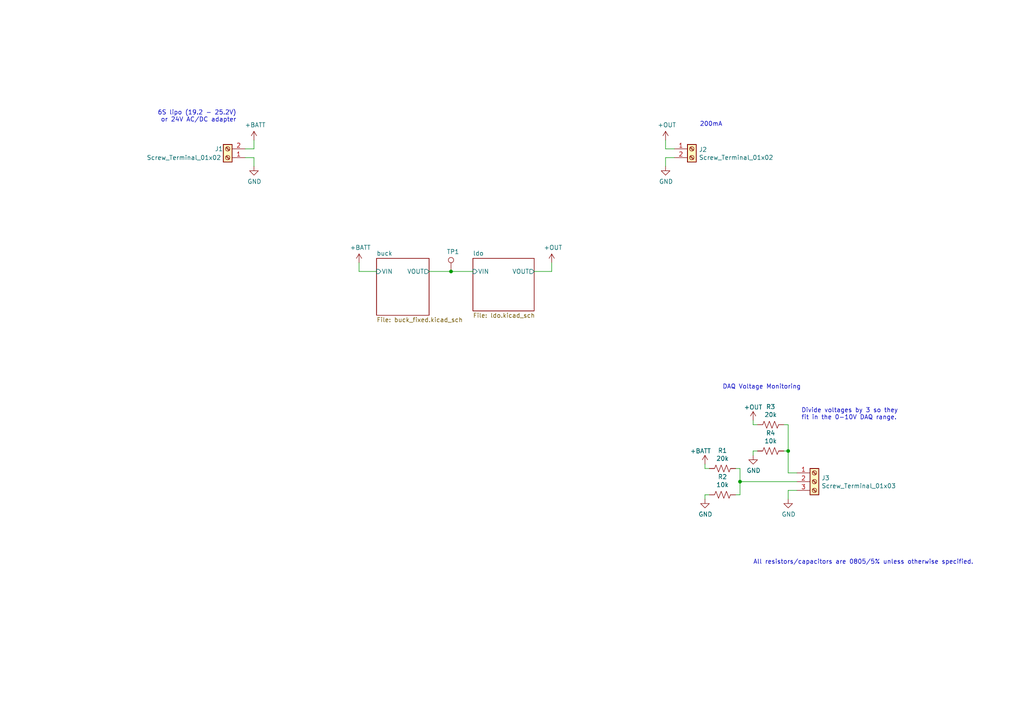
<source format=kicad_sch>
(kicad_sch (version 20230121) (generator eeschema)

  (uuid 8a849c59-59c0-42e0-a511-c33c123656fd)

  (paper "A4")

  (title_block
    (title "DAQ Power Board")
  )

  (lib_symbols
    (symbol "Connector:Screw_Terminal_01x02" (pin_names (offset 1.016) hide) (in_bom yes) (on_board yes)
      (property "Reference" "J" (at 0 2.54 0)
        (effects (font (size 1.27 1.27)))
      )
      (property "Value" "Screw_Terminal_01x02" (at 0 -5.08 0)
        (effects (font (size 1.27 1.27)))
      )
      (property "Footprint" "" (at 0 0 0)
        (effects (font (size 1.27 1.27)) hide)
      )
      (property "Datasheet" "~" (at 0 0 0)
        (effects (font (size 1.27 1.27)) hide)
      )
      (property "ki_keywords" "screw terminal" (at 0 0 0)
        (effects (font (size 1.27 1.27)) hide)
      )
      (property "ki_description" "Generic screw terminal, single row, 01x02, script generated (kicad-library-utils/schlib/autogen/connector/)" (at 0 0 0)
        (effects (font (size 1.27 1.27)) hide)
      )
      (property "ki_fp_filters" "TerminalBlock*:*" (at 0 0 0)
        (effects (font (size 1.27 1.27)) hide)
      )
      (symbol "Screw_Terminal_01x02_1_1"
        (rectangle (start -1.27 1.27) (end 1.27 -3.81)
          (stroke (width 0.254) (type default))
          (fill (type background))
        )
        (circle (center 0 -2.54) (radius 0.635)
          (stroke (width 0.1524) (type default))
          (fill (type none))
        )
        (polyline
          (pts
            (xy -0.5334 -2.2098)
            (xy 0.3302 -3.048)
          )
          (stroke (width 0.1524) (type default))
          (fill (type none))
        )
        (polyline
          (pts
            (xy -0.5334 0.3302)
            (xy 0.3302 -0.508)
          )
          (stroke (width 0.1524) (type default))
          (fill (type none))
        )
        (polyline
          (pts
            (xy -0.3556 -2.032)
            (xy 0.508 -2.8702)
          )
          (stroke (width 0.1524) (type default))
          (fill (type none))
        )
        (polyline
          (pts
            (xy -0.3556 0.508)
            (xy 0.508 -0.3302)
          )
          (stroke (width 0.1524) (type default))
          (fill (type none))
        )
        (circle (center 0 0) (radius 0.635)
          (stroke (width 0.1524) (type default))
          (fill (type none))
        )
        (pin passive line (at -5.08 0 0) (length 3.81)
          (name "Pin_1" (effects (font (size 1.27 1.27))))
          (number "1" (effects (font (size 1.27 1.27))))
        )
        (pin passive line (at -5.08 -2.54 0) (length 3.81)
          (name "Pin_2" (effects (font (size 1.27 1.27))))
          (number "2" (effects (font (size 1.27 1.27))))
        )
      )
    )
    (symbol "Connector:Screw_Terminal_01x03" (pin_names (offset 1.016) hide) (in_bom yes) (on_board yes)
      (property "Reference" "J" (at 0 5.08 0)
        (effects (font (size 1.27 1.27)))
      )
      (property "Value" "Screw_Terminal_01x03" (at 0 -5.08 0)
        (effects (font (size 1.27 1.27)))
      )
      (property "Footprint" "" (at 0 0 0)
        (effects (font (size 1.27 1.27)) hide)
      )
      (property "Datasheet" "~" (at 0 0 0)
        (effects (font (size 1.27 1.27)) hide)
      )
      (property "ki_keywords" "screw terminal" (at 0 0 0)
        (effects (font (size 1.27 1.27)) hide)
      )
      (property "ki_description" "Generic screw terminal, single row, 01x03, script generated (kicad-library-utils/schlib/autogen/connector/)" (at 0 0 0)
        (effects (font (size 1.27 1.27)) hide)
      )
      (property "ki_fp_filters" "TerminalBlock*:*" (at 0 0 0)
        (effects (font (size 1.27 1.27)) hide)
      )
      (symbol "Screw_Terminal_01x03_1_1"
        (rectangle (start -1.27 3.81) (end 1.27 -3.81)
          (stroke (width 0.254) (type default))
          (fill (type background))
        )
        (circle (center 0 -2.54) (radius 0.635)
          (stroke (width 0.1524) (type default))
          (fill (type none))
        )
        (polyline
          (pts
            (xy -0.5334 -2.2098)
            (xy 0.3302 -3.048)
          )
          (stroke (width 0.1524) (type default))
          (fill (type none))
        )
        (polyline
          (pts
            (xy -0.5334 0.3302)
            (xy 0.3302 -0.508)
          )
          (stroke (width 0.1524) (type default))
          (fill (type none))
        )
        (polyline
          (pts
            (xy -0.5334 2.8702)
            (xy 0.3302 2.032)
          )
          (stroke (width 0.1524) (type default))
          (fill (type none))
        )
        (polyline
          (pts
            (xy -0.3556 -2.032)
            (xy 0.508 -2.8702)
          )
          (stroke (width 0.1524) (type default))
          (fill (type none))
        )
        (polyline
          (pts
            (xy -0.3556 0.508)
            (xy 0.508 -0.3302)
          )
          (stroke (width 0.1524) (type default))
          (fill (type none))
        )
        (polyline
          (pts
            (xy -0.3556 3.048)
            (xy 0.508 2.2098)
          )
          (stroke (width 0.1524) (type default))
          (fill (type none))
        )
        (circle (center 0 0) (radius 0.635)
          (stroke (width 0.1524) (type default))
          (fill (type none))
        )
        (circle (center 0 2.54) (radius 0.635)
          (stroke (width 0.1524) (type default))
          (fill (type none))
        )
        (pin passive line (at -5.08 2.54 0) (length 3.81)
          (name "Pin_1" (effects (font (size 1.27 1.27))))
          (number "1" (effects (font (size 1.27 1.27))))
        )
        (pin passive line (at -5.08 0 0) (length 3.81)
          (name "Pin_2" (effects (font (size 1.27 1.27))))
          (number "2" (effects (font (size 1.27 1.27))))
        )
        (pin passive line (at -5.08 -2.54 0) (length 3.81)
          (name "Pin_3" (effects (font (size 1.27 1.27))))
          (number "3" (effects (font (size 1.27 1.27))))
        )
      )
    )
    (symbol "Connector:TestPoint" (pin_numbers hide) (pin_names (offset 0.762) hide) (in_bom yes) (on_board yes)
      (property "Reference" "TP" (at 0 6.858 0)
        (effects (font (size 1.27 1.27)))
      )
      (property "Value" "TestPoint" (at 0 5.08 0)
        (effects (font (size 1.27 1.27)))
      )
      (property "Footprint" "" (at 5.08 0 0)
        (effects (font (size 1.27 1.27)) hide)
      )
      (property "Datasheet" "~" (at 5.08 0 0)
        (effects (font (size 1.27 1.27)) hide)
      )
      (property "ki_keywords" "test point tp" (at 0 0 0)
        (effects (font (size 1.27 1.27)) hide)
      )
      (property "ki_description" "test point" (at 0 0 0)
        (effects (font (size 1.27 1.27)) hide)
      )
      (property "ki_fp_filters" "Pin* Test*" (at 0 0 0)
        (effects (font (size 1.27 1.27)) hide)
      )
      (symbol "TestPoint_0_1"
        (circle (center 0 3.302) (radius 0.762)
          (stroke (width 0) (type default))
          (fill (type none))
        )
      )
      (symbol "TestPoint_1_1"
        (pin passive line (at 0 0 90) (length 2.54)
          (name "1" (effects (font (size 1.27 1.27))))
          (number "1" (effects (font (size 1.27 1.27))))
        )
      )
    )
    (symbol "Device:R_US" (pin_numbers hide) (pin_names (offset 0)) (in_bom yes) (on_board yes)
      (property "Reference" "R" (at 2.54 0 90)
        (effects (font (size 1.27 1.27)))
      )
      (property "Value" "R_US" (at -2.54 0 90)
        (effects (font (size 1.27 1.27)))
      )
      (property "Footprint" "" (at 1.016 -0.254 90)
        (effects (font (size 1.27 1.27)) hide)
      )
      (property "Datasheet" "~" (at 0 0 0)
        (effects (font (size 1.27 1.27)) hide)
      )
      (property "ki_keywords" "R res resistor" (at 0 0 0)
        (effects (font (size 1.27 1.27)) hide)
      )
      (property "ki_description" "Resistor, US symbol" (at 0 0 0)
        (effects (font (size 1.27 1.27)) hide)
      )
      (property "ki_fp_filters" "R_*" (at 0 0 0)
        (effects (font (size 1.27 1.27)) hide)
      )
      (symbol "R_US_0_1"
        (polyline
          (pts
            (xy 0 -2.286)
            (xy 0 -2.54)
          )
          (stroke (width 0) (type default))
          (fill (type none))
        )
        (polyline
          (pts
            (xy 0 2.286)
            (xy 0 2.54)
          )
          (stroke (width 0) (type default))
          (fill (type none))
        )
        (polyline
          (pts
            (xy 0 -0.762)
            (xy 1.016 -1.143)
            (xy 0 -1.524)
            (xy -1.016 -1.905)
            (xy 0 -2.286)
          )
          (stroke (width 0) (type default))
          (fill (type none))
        )
        (polyline
          (pts
            (xy 0 0.762)
            (xy 1.016 0.381)
            (xy 0 0)
            (xy -1.016 -0.381)
            (xy 0 -0.762)
          )
          (stroke (width 0) (type default))
          (fill (type none))
        )
        (polyline
          (pts
            (xy 0 2.286)
            (xy 1.016 1.905)
            (xy 0 1.524)
            (xy -1.016 1.143)
            (xy 0 0.762)
          )
          (stroke (width 0) (type default))
          (fill (type none))
        )
      )
      (symbol "R_US_1_1"
        (pin passive line (at 0 3.81 270) (length 1.27)
          (name "~" (effects (font (size 1.27 1.27))))
          (number "1" (effects (font (size 1.27 1.27))))
        )
        (pin passive line (at 0 -3.81 90) (length 1.27)
          (name "~" (effects (font (size 1.27 1.27))))
          (number "2" (effects (font (size 1.27 1.27))))
        )
      )
    )
    (symbol "power:+BATT" (power) (pin_names (offset 0)) (in_bom yes) (on_board yes)
      (property "Reference" "#PWR" (at 0 -3.81 0)
        (effects (font (size 1.27 1.27)) hide)
      )
      (property "Value" "+BATT" (at 0 3.556 0)
        (effects (font (size 1.27 1.27)))
      )
      (property "Footprint" "" (at 0 0 0)
        (effects (font (size 1.27 1.27)) hide)
      )
      (property "Datasheet" "" (at 0 0 0)
        (effects (font (size 1.27 1.27)) hide)
      )
      (property "ki_keywords" "global power battery" (at 0 0 0)
        (effects (font (size 1.27 1.27)) hide)
      )
      (property "ki_description" "Power symbol creates a global label with name \"+BATT\"" (at 0 0 0)
        (effects (font (size 1.27 1.27)) hide)
      )
      (symbol "+BATT_0_1"
        (polyline
          (pts
            (xy -0.762 1.27)
            (xy 0 2.54)
          )
          (stroke (width 0) (type default))
          (fill (type none))
        )
        (polyline
          (pts
            (xy 0 0)
            (xy 0 2.54)
          )
          (stroke (width 0) (type default))
          (fill (type none))
        )
        (polyline
          (pts
            (xy 0 2.54)
            (xy 0.762 1.27)
          )
          (stroke (width 0) (type default))
          (fill (type none))
        )
      )
      (symbol "+BATT_1_1"
        (pin power_in line (at 0 0 90) (length 0) hide
          (name "+BATT" (effects (font (size 1.27 1.27))))
          (number "1" (effects (font (size 1.27 1.27))))
        )
      )
    )
    (symbol "power:GND" (power) (pin_names (offset 0)) (in_bom yes) (on_board yes)
      (property "Reference" "#PWR" (at 0 -6.35 0)
        (effects (font (size 1.27 1.27)) hide)
      )
      (property "Value" "GND" (at 0 -3.81 0)
        (effects (font (size 1.27 1.27)))
      )
      (property "Footprint" "" (at 0 0 0)
        (effects (font (size 1.27 1.27)) hide)
      )
      (property "Datasheet" "" (at 0 0 0)
        (effects (font (size 1.27 1.27)) hide)
      )
      (property "ki_keywords" "global power" (at 0 0 0)
        (effects (font (size 1.27 1.27)) hide)
      )
      (property "ki_description" "Power symbol creates a global label with name \"GND\" , ground" (at 0 0 0)
        (effects (font (size 1.27 1.27)) hide)
      )
      (symbol "GND_0_1"
        (polyline
          (pts
            (xy 0 0)
            (xy 0 -1.27)
            (xy 1.27 -1.27)
            (xy 0 -2.54)
            (xy -1.27 -1.27)
            (xy 0 -1.27)
          )
          (stroke (width 0) (type default))
          (fill (type none))
        )
      )
      (symbol "GND_1_1"
        (pin power_in line (at 0 0 270) (length 0) hide
          (name "GND" (effects (font (size 1.27 1.27))))
          (number "1" (effects (font (size 1.27 1.27))))
        )
      )
    )
    (symbol "regulators:+OUT" (power) (pin_names (offset 0)) (in_bom yes) (on_board yes)
      (property "Reference" "#PWR" (at 0 -3.81 0)
        (effects (font (size 1.27 1.27)) hide)
      )
      (property "Value" "+OUT" (at 0 3.556 0)
        (effects (font (size 1.27 1.27)))
      )
      (property "Footprint" "" (at 0 0 0)
        (effects (font (size 1.27 1.27)) hide)
      )
      (property "Datasheet" "" (at 0 0 0)
        (effects (font (size 1.27 1.27)) hide)
      )
      (property "ki_keywords" "power-flag" (at 0 0 0)
        (effects (font (size 1.27 1.27)) hide)
      )
      (property "ki_description" "Power symbol creates a global label with name \"+15V\"" (at 0 0 0)
        (effects (font (size 1.27 1.27)) hide)
      )
      (symbol "+OUT_0_1"
        (polyline
          (pts
            (xy -0.762 1.27)
            (xy 0 2.54)
          )
          (stroke (width 0) (type solid))
          (fill (type none))
        )
        (polyline
          (pts
            (xy 0 0)
            (xy 0 2.54)
          )
          (stroke (width 0) (type solid))
          (fill (type none))
        )
        (polyline
          (pts
            (xy 0 2.54)
            (xy 0.762 1.27)
          )
          (stroke (width 0) (type solid))
          (fill (type none))
        )
      )
      (symbol "+OUT_1_1"
        (pin power_in line (at 0 0 90) (length 0) hide
          (name "+OUT" (effects (font (size 1.27 1.27))))
          (number "1" (effects (font (size 1.27 1.27))))
        )
      )
    )
  )

  (junction (at 228.6 130.81) (diameter 0) (color 0 0 0 0)
    (uuid 2553796c-4a94-413a-a358-36c810fb9d51)
  )
  (junction (at 130.81 78.74) (diameter 0) (color 0 0 0 0)
    (uuid 294a5455-0e0a-4772-9ddd-d1526253859b)
  )
  (junction (at 214.63 139.7) (diameter 0) (color 0 0 0 0)
    (uuid 7a2e1992-0d97-467c-bef2-c41f07eeb402)
  )

  (wire (pts (xy 218.44 123.19) (xy 219.71 123.19))
    (stroke (width 0) (type default))
    (uuid 098b78e7-60f6-4a3b-9b0f-b009e48c8e55)
  )
  (wire (pts (xy 214.63 139.7) (xy 214.63 143.51))
    (stroke (width 0) (type default))
    (uuid 10ce4f70-42a2-4390-abbc-655c5a1a0695)
  )
  (wire (pts (xy 214.63 143.51) (xy 213.36 143.51))
    (stroke (width 0) (type default))
    (uuid 196fa553-9429-426a-af75-9feaea3a720f)
  )
  (wire (pts (xy 71.12 43.18) (xy 73.66 43.18))
    (stroke (width 0) (type default))
    (uuid 198983c6-3544-42db-9adf-73235b708524)
  )
  (wire (pts (xy 130.81 78.74) (xy 137.16 78.74))
    (stroke (width 0) (type default))
    (uuid 1ee07423-3d92-471c-99bf-9c8cb8af2b60)
  )
  (wire (pts (xy 195.58 43.18) (xy 193.04 43.18))
    (stroke (width 0) (type default))
    (uuid 23970cd9-1678-4533-9828-bb6b4e154dd2)
  )
  (wire (pts (xy 193.04 43.18) (xy 193.04 40.64))
    (stroke (width 0) (type default))
    (uuid 2865a657-7489-4ea6-9f39-4c0951bd576d)
  )
  (wire (pts (xy 218.44 130.81) (xy 219.71 130.81))
    (stroke (width 0) (type default))
    (uuid 2ac3ea1c-9142-44f4-919e-1d6ee9ec44ed)
  )
  (wire (pts (xy 228.6 130.81) (xy 227.33 130.81))
    (stroke (width 0) (type default))
    (uuid 2f24a857-fe04-4bd5-88e1-623ac2122b5f)
  )
  (wire (pts (xy 193.04 45.72) (xy 195.58 45.72))
    (stroke (width 0) (type default))
    (uuid 30859e4c-0838-4170-ba0f-d6cabce5c1ff)
  )
  (wire (pts (xy 73.66 45.72) (xy 73.66 48.26))
    (stroke (width 0) (type default))
    (uuid 3accb26b-4471-4917-8a0a-e206f33cfff9)
  )
  (wire (pts (xy 228.6 137.16) (xy 228.6 130.81))
    (stroke (width 0) (type default))
    (uuid 45a8c816-7520-4dac-8fea-249ff53d579c)
  )
  (wire (pts (xy 204.47 134.62) (xy 204.47 135.89))
    (stroke (width 0) (type default))
    (uuid 4cd3c28b-6a12-404a-ad22-6a5b93cd0171)
  )
  (wire (pts (xy 71.12 45.72) (xy 73.66 45.72))
    (stroke (width 0) (type default))
    (uuid 618cb8f2-6d54-49c0-93a8-98e8d5447788)
  )
  (wire (pts (xy 218.44 132.08) (xy 218.44 130.81))
    (stroke (width 0) (type default))
    (uuid 62f533ce-2e4a-49bb-81da-b67aea40d675)
  )
  (wire (pts (xy 231.14 139.7) (xy 214.63 139.7))
    (stroke (width 0) (type default))
    (uuid 63ddd0dd-32df-4f7d-acb7-4bfeaeeca58f)
  )
  (wire (pts (xy 228.6 142.24) (xy 231.14 142.24))
    (stroke (width 0) (type default))
    (uuid 6785469e-f09d-4eb0-a9c7-ec56507ca0ca)
  )
  (wire (pts (xy 231.14 137.16) (xy 228.6 137.16))
    (stroke (width 0) (type default))
    (uuid 7737ccdc-7f29-4c90-af81-6afd6d2f5fc2)
  )
  (wire (pts (xy 204.47 144.78) (xy 204.47 143.51))
    (stroke (width 0) (type default))
    (uuid 78b9f4b2-f729-40b6-8b24-6c4ffdaa4677)
  )
  (wire (pts (xy 104.14 78.74) (xy 104.14 76.2))
    (stroke (width 0) (type default))
    (uuid 78ee59bf-ad87-4c46-8778-d7713577bbd7)
  )
  (wire (pts (xy 124.46 78.74) (xy 130.81 78.74))
    (stroke (width 0) (type default))
    (uuid 86b13efd-003e-427d-94c4-7588af54a414)
  )
  (wire (pts (xy 204.47 135.89) (xy 205.74 135.89))
    (stroke (width 0) (type default))
    (uuid 95a62eb4-b57e-449e-afad-99ffda0c5bfa)
  )
  (wire (pts (xy 160.02 78.74) (xy 154.94 78.74))
    (stroke (width 0) (type default))
    (uuid a063357f-7a39-473d-a291-be2ace605d43)
  )
  (wire (pts (xy 193.04 48.26) (xy 193.04 45.72))
    (stroke (width 0) (type default))
    (uuid a40328e5-8873-4963-a260-c9d6d10c73b8)
  )
  (wire (pts (xy 227.33 123.19) (xy 228.6 123.19))
    (stroke (width 0) (type default))
    (uuid a8ad475c-05e9-4405-b016-bbaedd746f1a)
  )
  (wire (pts (xy 228.6 144.78) (xy 228.6 142.24))
    (stroke (width 0) (type default))
    (uuid bd5fe2dc-77a9-46cf-844e-8744f7af5d8f)
  )
  (wire (pts (xy 104.14 78.74) (xy 109.22 78.74))
    (stroke (width 0) (type default))
    (uuid cdbcc874-2944-419c-b108-03d9655ec586)
  )
  (wire (pts (xy 160.02 76.2) (xy 160.02 78.74))
    (stroke (width 0) (type default))
    (uuid d776d79f-b2f2-4f7e-8232-b8e0365aa4f3)
  )
  (wire (pts (xy 204.47 143.51) (xy 205.74 143.51))
    (stroke (width 0) (type default))
    (uuid daf6e1b3-92ae-42ea-a02a-3b586f61d352)
  )
  (wire (pts (xy 73.66 43.18) (xy 73.66 40.64))
    (stroke (width 0) (type default))
    (uuid db5400a5-ab7f-4cca-9f57-89e08ed9bf1e)
  )
  (wire (pts (xy 218.44 121.92) (xy 218.44 123.19))
    (stroke (width 0) (type default))
    (uuid e32c8930-3490-4a67-9bf4-70a4dd4610e0)
  )
  (wire (pts (xy 228.6 123.19) (xy 228.6 130.81))
    (stroke (width 0) (type default))
    (uuid eb3b65cb-0260-4eb5-930b-ab3c7f4cc2c4)
  )
  (wire (pts (xy 213.36 135.89) (xy 214.63 135.89))
    (stroke (width 0) (type default))
    (uuid f25692ac-03dd-459f-b16b-1ec44c5c9892)
  )
  (wire (pts (xy 214.63 135.89) (xy 214.63 139.7))
    (stroke (width 0) (type default))
    (uuid fcc379f6-e471-437f-80ac-a23297216223)
  )

  (text "DAQ Voltage Monitoring" (at 209.55 113.03 0)
    (effects (font (size 1.27 1.27)) (justify left bottom))
    (uuid 14ce2075-40dd-4f6e-a72f-6efca117004c)
  )
  (text "Divide voltages by 3 so they\nfit in the 0-10V DAQ range."
    (at 232.41 121.92 0)
    (effects (font (size 1.27 1.27)) (justify left bottom))
    (uuid 57bf83ca-6aa2-4ea4-ae5e-622972549044)
  )
  (text "All resistors/capacitors are 0805/5% unless otherwise specified."
    (at 218.44 163.83 0)
    (effects (font (size 1.27 1.27)) (justify left bottom))
    (uuid 62d8cc00-9f05-49f9-a75f-4311144a1b9d)
  )
  (text "200mA\n" (at 209.55 36.83 0)
    (effects (font (size 1.27 1.27)) (justify right bottom))
    (uuid d017856c-c766-4ce1-9568-b85de5d8d801)
  )
  (text "6S lipo (19.2 - 25.2V)\nor 24V AC/DC adapter" (at 68.58 35.56 0)
    (effects (font (size 1.27 1.27)) (justify right bottom))
    (uuid d6c675a2-d508-475a-947e-38c29164dc08)
  )

  (symbol (lib_id "Connector:Screw_Terminal_01x02") (at 66.04 45.72 180) (unit 1)
    (in_bom yes) (on_board yes) (dnp no)
    (uuid 00000000-0000-0000-0000-00006107878f)
    (property "Reference" "J1" (at 63.5 43.18 0)
      (effects (font (size 1.27 1.27)))
    )
    (property "Value" "Screw_Terminal_01x02" (at 53.34 45.72 0)
      (effects (font (size 1.27 1.27)))
    )
    (property "Footprint" "TerminalBlock_Phoenix:TerminalBlock_Phoenix_MKDS-1,5-2-5.08_1x02_P5.08mm_Horizontal" (at 66.04 45.72 0)
      (effects (font (size 1.27 1.27)) hide)
    )
    (property "Datasheet" "~" (at 66.04 45.72 0)
      (effects (font (size 1.27 1.27)) hide)
    )
    (pin "1" (uuid d088d842-fda3-4bc8-a5d5-19b4ea212b32))
    (pin "2" (uuid 1a3644a5-e0d1-46c8-93a5-b4d6539b1ef5))
    (instances
      (project "power_board"
        (path "/8a849c59-59c0-42e0-a511-c33c123656fd"
          (reference "J1") (unit 1)
        )
      )
    )
  )

  (symbol (lib_id "power:GND") (at 73.66 48.26 0) (unit 1)
    (in_bom yes) (on_board yes) (dnp no)
    (uuid 00000000-0000-0000-0000-000061079407)
    (property "Reference" "#PWR02" (at 73.66 54.61 0)
      (effects (font (size 1.27 1.27)) hide)
    )
    (property "Value" "GND" (at 73.787 52.6542 0)
      (effects (font (size 1.27 1.27)))
    )
    (property "Footprint" "" (at 73.66 48.26 0)
      (effects (font (size 1.27 1.27)) hide)
    )
    (property "Datasheet" "" (at 73.66 48.26 0)
      (effects (font (size 1.27 1.27)) hide)
    )
    (pin "1" (uuid 62ad8a11-aaa0-4924-bbc9-a68f93d16f1c))
    (instances
      (project "power_board"
        (path "/8a849c59-59c0-42e0-a511-c33c123656fd"
          (reference "#PWR02") (unit 1)
        )
      )
    )
  )

  (symbol (lib_id "Connector:Screw_Terminal_01x02") (at 200.66 43.18 0) (unit 1)
    (in_bom yes) (on_board yes) (dnp no)
    (uuid 00000000-0000-0000-0000-00006107f2d3)
    (property "Reference" "J2" (at 202.692 43.3832 0)
      (effects (font (size 1.27 1.27)) (justify left))
    )
    (property "Value" "Screw_Terminal_01x02" (at 202.692 45.6946 0)
      (effects (font (size 1.27 1.27)) (justify left))
    )
    (property "Footprint" "TerminalBlock_Phoenix:TerminalBlock_Phoenix_MKDS-1,5-2-5.08_1x02_P5.08mm_Horizontal" (at 200.66 43.18 0)
      (effects (font (size 1.27 1.27)) hide)
    )
    (property "Datasheet" "~" (at 200.66 43.18 0)
      (effects (font (size 1.27 1.27)) hide)
    )
    (pin "1" (uuid dd96a94e-68e6-4c08-91eb-bde5612c60f0))
    (pin "2" (uuid 22fd4932-12fb-4924-bf6b-a5ca3da068bb))
    (instances
      (project "power_board"
        (path "/8a849c59-59c0-42e0-a511-c33c123656fd"
          (reference "J2") (unit 1)
        )
      )
    )
  )

  (symbol (lib_id "power:GND") (at 193.04 48.26 0) (unit 1)
    (in_bom yes) (on_board yes) (dnp no)
    (uuid 00000000-0000-0000-0000-000061080e42)
    (property "Reference" "#PWR06" (at 193.04 54.61 0)
      (effects (font (size 1.27 1.27)) hide)
    )
    (property "Value" "GND" (at 193.167 52.6542 0)
      (effects (font (size 1.27 1.27)))
    )
    (property "Footprint" "" (at 193.04 48.26 0)
      (effects (font (size 1.27 1.27)) hide)
    )
    (property "Datasheet" "" (at 193.04 48.26 0)
      (effects (font (size 1.27 1.27)) hide)
    )
    (pin "1" (uuid c9cde7af-a885-43a0-bdf5-bbede65512e7))
    (instances
      (project "power_board"
        (path "/8a849c59-59c0-42e0-a511-c33c123656fd"
          (reference "#PWR06") (unit 1)
        )
      )
    )
  )

  (symbol (lib_id "power:GND") (at 228.6 144.78 0) (unit 1)
    (in_bom yes) (on_board yes) (dnp no)
    (uuid 00000000-0000-0000-0000-00006109c26a)
    (property "Reference" "#PWR011" (at 228.6 151.13 0)
      (effects (font (size 1.27 1.27)) hide)
    )
    (property "Value" "GND" (at 228.727 149.1742 0)
      (effects (font (size 1.27 1.27)))
    )
    (property "Footprint" "" (at 228.6 144.78 0)
      (effects (font (size 1.27 1.27)) hide)
    )
    (property "Datasheet" "" (at 228.6 144.78 0)
      (effects (font (size 1.27 1.27)) hide)
    )
    (pin "1" (uuid ea5a1601-3fc5-410b-8183-9085fa0853e5))
    (instances
      (project "power_board"
        (path "/8a849c59-59c0-42e0-a511-c33c123656fd"
          (reference "#PWR011") (unit 1)
        )
      )
    )
  )

  (symbol (lib_id "power:+BATT") (at 73.66 40.64 0) (unit 1)
    (in_bom yes) (on_board yes) (dnp no)
    (uuid 00000000-0000-0000-0000-000061103cd5)
    (property "Reference" "#PWR01" (at 73.66 44.45 0)
      (effects (font (size 1.27 1.27)) hide)
    )
    (property "Value" "+BATT" (at 74.041 36.2458 0)
      (effects (font (size 1.27 1.27)))
    )
    (property "Footprint" "" (at 73.66 40.64 0)
      (effects (font (size 1.27 1.27)) hide)
    )
    (property "Datasheet" "" (at 73.66 40.64 0)
      (effects (font (size 1.27 1.27)) hide)
    )
    (pin "1" (uuid acfd394e-b6c6-457a-880c-011e90a6aa63))
    (instances
      (project "power_board"
        (path "/8a849c59-59c0-42e0-a511-c33c123656fd"
          (reference "#PWR01") (unit 1)
        )
      )
    )
  )

  (symbol (lib_id "power:+BATT") (at 104.14 76.2 0) (unit 1)
    (in_bom yes) (on_board yes) (dnp no)
    (uuid 00000000-0000-0000-0000-00006159975e)
    (property "Reference" "#PWR03" (at 104.14 80.01 0)
      (effects (font (size 1.27 1.27)) hide)
    )
    (property "Value" "+BATT" (at 104.521 71.8058 0)
      (effects (font (size 1.27 1.27)))
    )
    (property "Footprint" "" (at 104.14 76.2 0)
      (effects (font (size 1.27 1.27)) hide)
    )
    (property "Datasheet" "" (at 104.14 76.2 0)
      (effects (font (size 1.27 1.27)) hide)
    )
    (pin "1" (uuid 4adfbc99-3b2d-4d66-aa45-b049dde7709d))
    (instances
      (project "power_board"
        (path "/8a849c59-59c0-42e0-a511-c33c123656fd"
          (reference "#PWR03") (unit 1)
        )
      )
    )
  )

  (symbol (lib_id "Connector:Screw_Terminal_01x03") (at 236.22 139.7 0) (unit 1)
    (in_bom yes) (on_board yes) (dnp no)
    (uuid 00000000-0000-0000-0000-0000616d17e2)
    (property "Reference" "J3" (at 238.252 138.6332 0)
      (effects (font (size 1.27 1.27)) (justify left))
    )
    (property "Value" "Screw_Terminal_01x03" (at 238.252 140.9446 0)
      (effects (font (size 1.27 1.27)) (justify left))
    )
    (property "Footprint" "Connector_Phoenix_MC:PhoenixContact_MCV_1,5_3-G-3.5_1x03_P3.50mm_Vertical" (at 236.22 139.7 0)
      (effects (font (size 1.27 1.27)) hide)
    )
    (property "Datasheet" "~" (at 236.22 139.7 0)
      (effects (font (size 1.27 1.27)) hide)
    )
    (pin "1" (uuid 4e03c52b-4086-42db-b12b-da153faf332a))
    (pin "2" (uuid 3360f4a4-ecbd-4791-b5ac-01614948e315))
    (pin "3" (uuid 593a0602-3aac-4c47-9f54-928ec4199196))
    (instances
      (project "power_board"
        (path "/8a849c59-59c0-42e0-a511-c33c123656fd"
          (reference "J3") (unit 1)
        )
      )
    )
  )

  (symbol (lib_id "regulators:+OUT") (at 160.02 76.2 0) (unit 1)
    (in_bom yes) (on_board yes) (dnp no)
    (uuid 00000000-0000-0000-0000-00006174fa19)
    (property "Reference" "#PWR04" (at 160.02 80.01 0)
      (effects (font (size 1.27 1.27)) hide)
    )
    (property "Value" "+OUT" (at 160.401 71.8058 0)
      (effects (font (size 1.27 1.27)))
    )
    (property "Footprint" "" (at 160.02 76.2 0)
      (effects (font (size 1.27 1.27)) hide)
    )
    (property "Datasheet" "" (at 160.02 76.2 0)
      (effects (font (size 1.27 1.27)) hide)
    )
    (pin "1" (uuid 27100b27-86d2-4b77-8c9d-c7ce898819ec))
    (instances
      (project "power_board"
        (path "/8a849c59-59c0-42e0-a511-c33c123656fd"
          (reference "#PWR04") (unit 1)
        )
      )
    )
  )

  (symbol (lib_id "regulators:+OUT") (at 193.04 40.64 0) (unit 1)
    (in_bom yes) (on_board yes) (dnp no)
    (uuid 00000000-0000-0000-0000-00006175412c)
    (property "Reference" "#PWR05" (at 193.04 44.45 0)
      (effects (font (size 1.27 1.27)) hide)
    )
    (property "Value" "+OUT" (at 193.421 36.2458 0)
      (effects (font (size 1.27 1.27)))
    )
    (property "Footprint" "" (at 193.04 40.64 0)
      (effects (font (size 1.27 1.27)) hide)
    )
    (property "Datasheet" "" (at 193.04 40.64 0)
      (effects (font (size 1.27 1.27)) hide)
    )
    (pin "1" (uuid 1f7a41f8-34ce-4e2e-b186-3fdf11735ab9))
    (instances
      (project "power_board"
        (path "/8a849c59-59c0-42e0-a511-c33c123656fd"
          (reference "#PWR05") (unit 1)
        )
      )
    )
  )

  (symbol (lib_id "regulators:+OUT") (at 218.44 121.92 0) (unit 1)
    (in_bom yes) (on_board yes) (dnp no)
    (uuid 00000000-0000-0000-0000-00006175705f)
    (property "Reference" "#PWR09" (at 218.44 125.73 0)
      (effects (font (size 1.27 1.27)) hide)
    )
    (property "Value" "+OUT" (at 218.44 118.11 0)
      (effects (font (size 1.27 1.27)))
    )
    (property "Footprint" "" (at 218.44 121.92 0)
      (effects (font (size 1.27 1.27)) hide)
    )
    (property "Datasheet" "" (at 218.44 121.92 0)
      (effects (font (size 1.27 1.27)) hide)
    )
    (pin "1" (uuid 5a79d8ee-7cc3-4e61-ba38-d7bfebe17595))
    (instances
      (project "power_board"
        (path "/8a849c59-59c0-42e0-a511-c33c123656fd"
          (reference "#PWR09") (unit 1)
        )
      )
    )
  )

  (symbol (lib_id "Connector:TestPoint") (at 130.81 78.74 0) (unit 1)
    (in_bom yes) (on_board yes) (dnp no)
    (uuid 00000000-0000-0000-0000-000062a39155)
    (property "Reference" "TP1" (at 129.54 73.025 0)
      (effects (font (size 1.27 1.27)) (justify left))
    )
    (property "Value" "TestPoint" (at 132.2832 78.0542 0)
      (effects (font (size 1.27 1.27)) (justify left) hide)
    )
    (property "Footprint" "TestPoint:TestPoint_THTPad_2.0x2.0mm_Drill1.0mm" (at 135.89 78.74 0)
      (effects (font (size 1.27 1.27)) hide)
    )
    (property "Datasheet" "~" (at 135.89 78.74 0)
      (effects (font (size 1.27 1.27)) hide)
    )
    (pin "1" (uuid bcde8bc2-03be-4f09-8e0c-dad4b3e65ae0))
    (instances
      (project "power_board"
        (path "/8a849c59-59c0-42e0-a511-c33c123656fd"
          (reference "TP1") (unit 1)
        )
      )
    )
  )

  (symbol (lib_id "power:+BATT") (at 204.47 134.62 0) (unit 1)
    (in_bom yes) (on_board yes) (dnp no)
    (uuid 00000000-0000-0000-0000-000062bd3a39)
    (property "Reference" "#PWR07" (at 204.47 138.43 0)
      (effects (font (size 1.27 1.27)) hide)
    )
    (property "Value" "+BATT" (at 203.2 130.81 0)
      (effects (font (size 1.27 1.27)))
    )
    (property "Footprint" "" (at 204.47 134.62 0)
      (effects (font (size 1.27 1.27)) hide)
    )
    (property "Datasheet" "" (at 204.47 134.62 0)
      (effects (font (size 1.27 1.27)) hide)
    )
    (pin "1" (uuid bcebe89f-63bf-44df-bca8-ae09d9548b2f))
    (instances
      (project "power_board"
        (path "/8a849c59-59c0-42e0-a511-c33c123656fd"
          (reference "#PWR07") (unit 1)
        )
      )
    )
  )

  (symbol (lib_id "Device:R_US") (at 209.55 143.51 270) (unit 1)
    (in_bom yes) (on_board yes) (dnp no)
    (uuid 00000000-0000-0000-0000-000062c420bb)
    (property "Reference" "R2" (at 209.55 138.303 90)
      (effects (font (size 1.27 1.27)))
    )
    (property "Value" "10k" (at 209.55 140.6144 90)
      (effects (font (size 1.27 1.27)))
    )
    (property "Footprint" "Resistor_SMD:R_0805_2012Metric_Pad1.20x1.40mm_HandSolder" (at 209.296 144.526 90)
      (effects (font (size 1.27 1.27)) hide)
    )
    (property "Datasheet" "~" (at 209.55 143.51 0)
      (effects (font (size 1.27 1.27)) hide)
    )
    (pin "1" (uuid 6155a75c-cf0a-4736-96b9-da2d682b6c4a))
    (pin "2" (uuid f712fd87-5fc7-4f94-bbd7-16b2bf8d35a9))
    (instances
      (project "power_board"
        (path "/8a849c59-59c0-42e0-a511-c33c123656fd"
          (reference "R2") (unit 1)
        )
      )
    )
  )

  (symbol (lib_id "power:GND") (at 204.47 144.78 0) (unit 1)
    (in_bom yes) (on_board yes) (dnp no)
    (uuid 00000000-0000-0000-0000-000062c420c1)
    (property "Reference" "#PWR08" (at 204.47 151.13 0)
      (effects (font (size 1.27 1.27)) hide)
    )
    (property "Value" "GND" (at 204.597 149.1742 0)
      (effects (font (size 1.27 1.27)))
    )
    (property "Footprint" "" (at 204.47 144.78 0)
      (effects (font (size 1.27 1.27)) hide)
    )
    (property "Datasheet" "" (at 204.47 144.78 0)
      (effects (font (size 1.27 1.27)) hide)
    )
    (pin "1" (uuid c719b8bc-a656-4371-8d19-29ffd0c9f8e5))
    (instances
      (project "power_board"
        (path "/8a849c59-59c0-42e0-a511-c33c123656fd"
          (reference "#PWR08") (unit 1)
        )
      )
    )
  )

  (symbol (lib_id "Device:R_US") (at 209.55 135.89 270) (unit 1)
    (in_bom yes) (on_board yes) (dnp no)
    (uuid 00000000-0000-0000-0000-000062c420c9)
    (property "Reference" "R1" (at 209.55 130.683 90)
      (effects (font (size 1.27 1.27)))
    )
    (property "Value" "20k" (at 209.55 132.9944 90)
      (effects (font (size 1.27 1.27)))
    )
    (property "Footprint" "Resistor_SMD:R_0805_2012Metric_Pad1.20x1.40mm_HandSolder" (at 209.296 136.906 90)
      (effects (font (size 1.27 1.27)) hide)
    )
    (property "Datasheet" "~" (at 209.55 135.89 0)
      (effects (font (size 1.27 1.27)) hide)
    )
    (pin "1" (uuid e88bf19e-c143-46ab-aa44-2e7937643ccc))
    (pin "2" (uuid 7d06aa15-1931-4aec-b944-736b43787629))
    (instances
      (project "power_board"
        (path "/8a849c59-59c0-42e0-a511-c33c123656fd"
          (reference "R1") (unit 1)
        )
      )
    )
  )

  (symbol (lib_id "Device:R_US") (at 223.52 130.81 270) (unit 1)
    (in_bom yes) (on_board yes) (dnp no)
    (uuid 00000000-0000-0000-0000-000062c5f966)
    (property "Reference" "R4" (at 223.52 125.603 90)
      (effects (font (size 1.27 1.27)))
    )
    (property "Value" "10k" (at 223.52 127.9144 90)
      (effects (font (size 1.27 1.27)))
    )
    (property "Footprint" "Resistor_SMD:R_0805_2012Metric_Pad1.20x1.40mm_HandSolder" (at 223.266 131.826 90)
      (effects (font (size 1.27 1.27)) hide)
    )
    (property "Datasheet" "~" (at 223.52 130.81 0)
      (effects (font (size 1.27 1.27)) hide)
    )
    (pin "1" (uuid 9e513712-5a53-4785-9731-20f8c1072d24))
    (pin "2" (uuid 5c1c2426-f071-47e2-9310-2e9a061a89d9))
    (instances
      (project "power_board"
        (path "/8a849c59-59c0-42e0-a511-c33c123656fd"
          (reference "R4") (unit 1)
        )
      )
    )
  )

  (symbol (lib_id "power:GND") (at 218.44 132.08 0) (unit 1)
    (in_bom yes) (on_board yes) (dnp no)
    (uuid 00000000-0000-0000-0000-000062c5f96c)
    (property "Reference" "#PWR010" (at 218.44 138.43 0)
      (effects (font (size 1.27 1.27)) hide)
    )
    (property "Value" "GND" (at 218.567 136.4742 0)
      (effects (font (size 1.27 1.27)))
    )
    (property "Footprint" "" (at 218.44 132.08 0)
      (effects (font (size 1.27 1.27)) hide)
    )
    (property "Datasheet" "" (at 218.44 132.08 0)
      (effects (font (size 1.27 1.27)) hide)
    )
    (pin "1" (uuid 85885c4f-be4d-4137-965a-b0279176dd83))
    (instances
      (project "power_board"
        (path "/8a849c59-59c0-42e0-a511-c33c123656fd"
          (reference "#PWR010") (unit 1)
        )
      )
    )
  )

  (symbol (lib_id "Device:R_US") (at 223.52 123.19 270) (unit 1)
    (in_bom yes) (on_board yes) (dnp no)
    (uuid 00000000-0000-0000-0000-000062c5f974)
    (property "Reference" "R3" (at 223.52 117.983 90)
      (effects (font (size 1.27 1.27)))
    )
    (property "Value" "20k" (at 223.52 120.2944 90)
      (effects (font (size 1.27 1.27)))
    )
    (property "Footprint" "Resistor_SMD:R_0805_2012Metric_Pad1.20x1.40mm_HandSolder" (at 223.266 124.206 90)
      (effects (font (size 1.27 1.27)) hide)
    )
    (property "Datasheet" "~" (at 223.52 123.19 0)
      (effects (font (size 1.27 1.27)) hide)
    )
    (pin "1" (uuid 27aa93d4-babd-4672-9a73-7643a5e09bcd))
    (pin "2" (uuid 7511991a-e141-4d36-94e6-9fd7baee1a0c))
    (instances
      (project "power_board"
        (path "/8a849c59-59c0-42e0-a511-c33c123656fd"
          (reference "R3") (unit 1)
        )
      )
    )
  )

  (sheet (at 109.22 74.93) (size 15.24 16.51) (fields_autoplaced)
    (stroke (width 0) (type solid))
    (fill (color 0 0 0 0.0000))
    (uuid 00000000-0000-0000-0000-00006153da18)
    (property "Sheetname" "buck" (at 109.22 74.2184 0)
      (effects (font (size 1.27 1.27)) (justify left bottom))
    )
    (property "Sheetfile" "buck_fixed.kicad_sch" (at 109.22 92.0246 0)
      (effects (font (size 1.27 1.27)) (justify left top))
    )
    (pin "VIN" input (at 109.22 78.74 180)
      (effects (font (size 1.27 1.27)) (justify left))
      (uuid df0ba5af-b662-4017-a75d-75907d448a53)
    )
    (pin "VOUT" output (at 124.46 78.74 0)
      (effects (font (size 1.27 1.27)) (justify right))
      (uuid 8e98ef7d-20bd-4249-bcb1-8230d2dd8d1f)
    )
    (instances
      (project "power_board"
        (path "/8a849c59-59c0-42e0-a511-c33c123656fd" (page "2"))
      )
    )
  )

  (sheet (at 137.16 74.93) (size 17.78 15.24) (fields_autoplaced)
    (stroke (width 0) (type solid))
    (fill (color 0 0 0 0.0000))
    (uuid 00000000-0000-0000-0000-00006162a42b)
    (property "Sheetname" "ldo" (at 137.16 74.2184 0)
      (effects (font (size 1.27 1.27)) (justify left bottom))
    )
    (property "Sheetfile" "ldo.kicad_sch" (at 137.16 90.7546 0)
      (effects (font (size 1.27 1.27)) (justify left top))
    )
    (pin "VIN" input (at 137.16 78.74 180)
      (effects (font (size 1.27 1.27)) (justify left))
      (uuid fa4b76a9-e4c4-48cd-ad25-f5d16331a92d)
    )
    (pin "VOUT" output (at 154.94 78.74 0)
      (effects (font (size 1.27 1.27)) (justify right))
      (uuid 5d95f3f2-3d3e-4284-a039-2355c81457ac)
    )
    (instances
      (project "power_board"
        (path "/8a849c59-59c0-42e0-a511-c33c123656fd" (page "3"))
      )
    )
  )

  (sheet_instances
    (path "/" (page "1"))
  )
)

</source>
